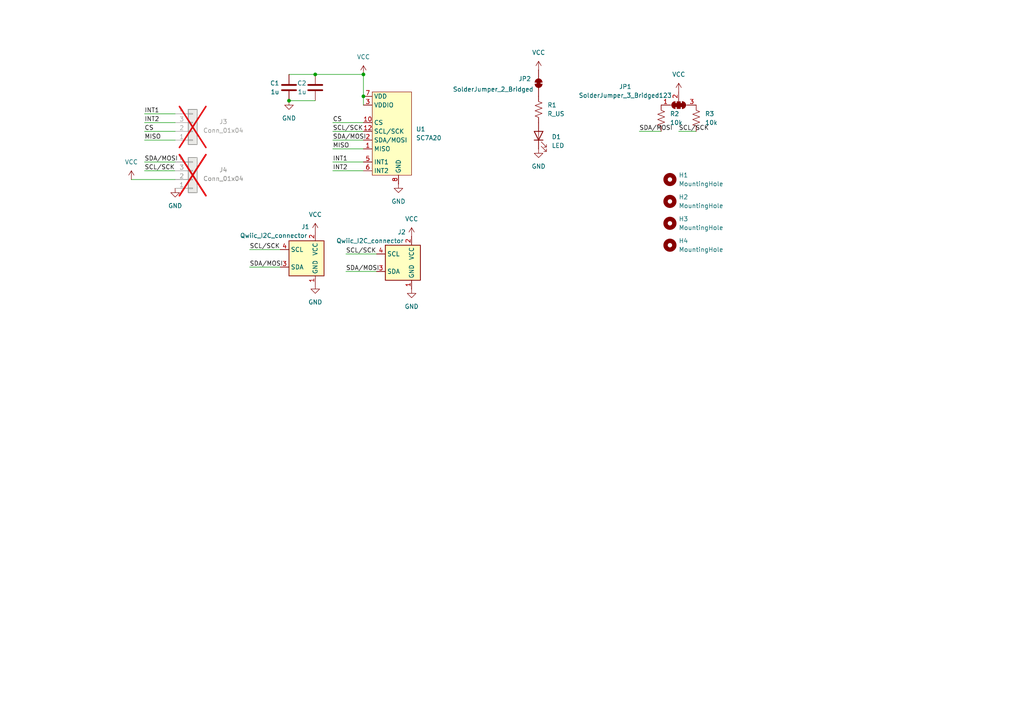
<source format=kicad_sch>
(kicad_sch (version 20231120) (generator "eeschema") (generator_version "8.0")
  (paper "A4")
  (lib_symbols
    (symbol "Connector_Generic:Conn_01x04" (pin_names (offset 1.016) hide)
      (property "Reference" "J" (at 0 5.08 0))
      (property "Value" "Conn_01x04" (at 0 -7.62 0))
      (symbol "Conn_01x04_1_1"
        (rectangle (start -1.27 -4.953) (end 0 -5.207) (stroke (width 0.1524)))
        (rectangle (start -1.27 -2.413) (end 0 -2.667) (stroke (width 0.1524)))
        (rectangle (start -1.27 0.127) (end 0 -0.127) (stroke (width 0.1524)))
        (rectangle (start -1.27 2.667) (end 0 2.413) (stroke (width 0.1524)))
        (rectangle (start -1.27 3.81) (end 1.27 -6.35) (stroke (width 0.254)) (fill (type background)))
        (pin passive line (at -5.08 2.54 0) (length 3.81) (name "Pin_1") (number "1"))
        (pin passive line (at -5.08 0 0) (length 3.81) (name "Pin_2") (number "2"))
        (pin passive line (at -5.08 -2.54 0) (length 3.81) (name "Pin_3") (number "3"))
        (pin passive line (at -5.08 -5.08 0) (length 3.81) (name "Pin_4") (number "4"))
      )
    )
    (symbol "Device:C" (pin_numbers hide) (pin_names (offset 0.254))
      (property "Reference" "C" (at 0.635 2.54 0))
      (property "Value" "C" (at 0.635 -2.54 0))
      (symbol "C_0_1"
        (polyline (pts (xy -2.032 -0.762) (xy 2.032 -0.762)) (stroke (width 0.508)))
        (polyline (pts (xy -2.032 0.762) (xy 2.032 0.762)) (stroke (width 0.508)))
      )
      (symbol "C_1_1"
        (pin passive line (at 0 3.81 270) (length 2.794) (name "~") (number "1"))
        (pin passive line (at 0 -3.81 90) (length 2.794) (name "~") (number "2"))
      )
    )
    (symbol "Device:LED" (pin_numbers hide) (pin_names (offset 1.016) hide)
      (property "Reference" "D" (at 0 2.54 0))
      (property "Value" "LED" (at 0 -2.54 0))
      (symbol "LED_0_1"
        (polyline (pts (xy -1.27 -1.27) (xy -1.27 1.27)) (stroke (width 0.254)))
        (polyline (pts (xy -1.27 0) (xy 1.27 0)))
        (polyline (pts (xy 1.27 -1.27) (xy 1.27 1.27) (xy -1.27 0) (xy 1.27 -1.27)) (stroke (width 0.254)))
        (polyline (pts (xy -3.048 -0.762) (xy -4.572 -2.286) (xy -3.81 -2.286) (xy -4.572 -2.286) (xy -4.572 -1.524)))
        (polyline (pts (xy -1.778 -0.762) (xy -3.302 -2.286) (xy -2.54 -2.286) (xy -3.302 -2.286) (xy -3.302 -1.524)))
      )
      (symbol "LED_1_1"
        (pin passive line (at -3.81 0 0) (length 2.54) (name "K") (number "1"))
        (pin passive line (at 3.81 0 180) (length 2.54) (name "A") (number "2"))
      )
    )
    (symbol "Device:R_US" (pin_numbers hide) (pin_names (offset 0))
      (property "Reference" "R" (at 2.54 0 90))
      (property "Value" "R_US" (at -2.54 0 90))
      (symbol "R_US_0_1"
        (polyline (pts (xy 0 -2.286) (xy 0 -2.54)))
        (polyline (pts (xy 0 2.286) (xy 0 2.54)))
        (polyline (pts (xy 0 -0.762) (xy 1.016 -1.143) (xy 0 -1.524) (xy -1.016 -1.905) (xy 0 -2.286)))
        (polyline (pts (xy 0 0.762) (xy 1.016 0.381) (xy 0 0) (xy -1.016 -0.381) (xy 0 -0.762)))
        (polyline (pts (xy 0 2.286) (xy 1.016 1.905) (xy 0 1.524) (xy -1.016 1.143) (xy 0 0.762)))
      )
      (symbol "R_US_1_1"
        (pin passive line (at 0 3.81 270) (length 1.27) (name "~") (number "1"))
        (pin passive line (at 0 -3.81 90) (length 1.27) (name "~") (number "2"))
      )
    )
    (symbol "Jumper:SolderJumper_2_Bridged" (pin_numbers hide) (pin_names (offset 0) hide) (exclude_from_sim yes) (in_bom no)
      (property "Reference" "JP" (at 0 2.032 0))
      (property "Value" "SolderJumper_2_Bridged" (at 0 -2.54 0))
      (symbol "SolderJumper_2_Bridged_0_1"
        (rectangle (start -0.508 0.508) (end 0.508 -0.508) (fill (type outline)))
        (arc (start -0.254 1.016) (mid -1.2656 0) (end -0.254 -1.016))
        (arc (start -0.254 1.016) (mid -1.2656 0) (end -0.254 -1.016) (fill (type outline)))
        (polyline (pts (xy -0.254 1.016) (xy -0.254 -1.016)))
        (polyline (pts (xy 0.254 1.016) (xy 0.254 -1.016)))
        (arc (start 0.254 -1.016) (mid 1.2656 0) (end 0.254 1.016))
        (arc (start 0.254 -1.016) (mid 1.2656 0) (end 0.254 1.016) (fill (type outline)))
      )
      (symbol "SolderJumper_2_Bridged_1_1"
        (pin passive line (at -3.81 0 0) (length 2.54) (name "A") (number "1"))
        (pin passive line (at 3.81 0 180) (length 2.54) (name "B") (number "2"))
      )
    )
    (symbol "Jumper:SolderJumper_3_Bridged123" (pin_names (offset 0) hide) (exclude_from_sim yes) (in_bom no)
      (property "Reference" "JP" (at -2.54 -2.54 0))
      (property "Value" "SolderJumper_3_Bridged123" (at 0 2.794 0))
      (symbol "SolderJumper_3_Bridged123_0_1"
        (rectangle (start -1.016 0.508) (end -0.508 -0.508) (fill (type outline)))
        (arc (start -1.016 1.016) (mid -2.0276 0) (end -1.016 -1.016))
        (arc (start -1.016 1.016) (mid -2.0276 0) (end -1.016 -1.016) (fill (type outline)))
        (rectangle (start -0.508 1.016) (end 0.508 -1.016) (fill (type outline)))
        (polyline (pts (xy -2.54 0) (xy -2.032 0)))
        (polyline (pts (xy -1.016 1.016) (xy -1.016 -1.016)))
        (polyline (pts (xy 0 -1.27) (xy 0 -1.016)))
        (polyline (pts (xy 1.016 1.016) (xy 1.016 -1.016)))
        (polyline (pts (xy 2.54 0) (xy 2.032 0)))
        (rectangle (start 0.508 0.508) (end 1.016 -0.508) (fill (type outline)))
        (arc (start 1.016 -1.016) (mid 2.0276 0) (end 1.016 1.016))
        (arc (start 1.016 -1.016) (mid 2.0276 0) (end 1.016 1.016) (fill (type outline)))
      )
      (symbol "SolderJumper_3_Bridged123_1_1"
        (pin passive line (at -5.08 0 0) (length 2.54) (name "A") (number "1"))
        (pin passive line (at 0 -3.81 90) (length 2.54) (name "C") (number "2"))
        (pin passive line (at 5.08 0 180) (length 2.54) (name "B") (number "3"))
      )
    )
    (symbol "Mechanical:MountingHole" (pin_names (offset 1.016)) (exclude_from_sim yes) (in_bom no)
      (property "Reference" "H" (at 0 5.08 0))
      (property "Value" "MountingHole" (at 0 3.175 0))
      (symbol "MountingHole_0_1"
        (circle (center 0 0) (radius 1.27) (stroke (width 1.27)))
      )
    )
    (symbol "maxkicad:Qwiic_I2C"
      (property "Reference" "J" (at 0 8.89 0))
      (property "Value" "Qwiic_I2C_connector" (at 0 6.35 0))
      (symbol "Qwiic_I2C_1_1"
        (rectangle (start -5.08 5.08) (end 5.08 -5.08) (stroke (width 0.254)) (fill (type background)))
        (pin power_in line (at 2.54 -7.62 90) (length 2.54) (name "GND") (number "1"))
        (pin power_in line (at 2.54 7.62 270) (length 2.54) (name "VCC") (number "2"))
        (pin bidirectional line (at -7.62 -2.54 0) (length 2.54) (name "SDA") (number "3"))
        (pin input line (at -7.62 2.54 0) (length 2.54) (name "SCL") (number "4"))
        (pin power_in line (at 2.54 -7.62 90) (length 2.54) hide (name "VSS") (number "MP"))
      )
    )
    (symbol "maxkicad:SC7A20"
      (property "Reference" "U" (at 0.762 15.748 0))
      (property "Value" "SC7A20" (at 1.27 13.716 0))
      (symbol "SC7A20_1_1"
        (rectangle (start -5.08 12.7) (end 6.35 -11.43) (fill (type background)))
        (pin output line (at -7.62 -3.81 0) (length 2.54) (name "MISO") (number "1"))
        (pin input line (at -7.62 3.81 0) (length 2.54) (name "CS") (number "10"))
        (pin input line (at -7.62 1.27 0) (length 2.54) (name "SCL/SCK") (number "12"))
        (pin bidirectional line (at -7.62 -1.27 0) (length 2.54) (name "SDA/MOSI") (number "2"))
        (pin power_in line (at -7.62 8.89 0) (length 2.54) (name "VDDIO") (number "3"))
        (pin output line (at -7.62 -7.62 0) (length 2.54) (name "INT1") (number "5"))
        (pin output line (at -7.62 -10.16 0) (length 2.54) (name "INT2") (number "6"))
        (pin power_in line (at -7.62 11.43 0) (length 2.54) (name "VDD") (number "7"))
        (pin power_in line (at 2.54 -13.97 90) (length 2.54) (name "GND") (number "8"))
        (pin power_in line (at 2.54 -13.97 90) (length 2.54) hide (name "GND") (number "9"))
      )
    )
    (symbol "power:GND" (power) (pin_numbers hide) (pin_names (offset 0) hide)
      (property "Value" "GND" (at 0 -3.81 0))
      (symbol "GND_0_1"
        (polyline (pts (xy 0 0) (xy 0 -1.27) (xy 1.27 -1.27) (xy 0 -2.54) (xy -1.27 -1.27) (xy 0 -1.27)))
      )
      (symbol "GND_1_1"
        (pin power_in line (at 0 0 270) (length 0) (name "~") (number "1"))
      )
    )
    (symbol "power:VCC" (power) (pin_numbers hide) (pin_names (offset 0) hide)
      (property "Value" "VCC" (at 0 3.556 0))
      (symbol "VCC_0_1"
        (polyline (pts (xy -0.762 1.27) (xy 0 2.54)))
        (polyline (pts (xy 0 0) (xy 0 2.54)))
        (polyline (pts (xy 0 2.54) (xy 0.762 1.27)))
      )
      (symbol "VCC_1_1"
        (pin power_in line (at 0 0 90) (length 0) (name "~") (number "1"))
      )
    )
  )
  (junction (at 105.41 27.94))
  (junction (at 105.41 21.59))
  (junction (at 83.82 29.21))
  (junction (at 91.44 21.59))
  (wire (pts (xy 41.91 33.02) (xy 50.8 33.02)))
  (wire (pts (xy 96.52 38.1) (xy 105.41 38.1)))
  (wire (pts (xy 41.91 38.1) (xy 50.8 38.1)))
  (wire (pts (xy 83.82 29.21) (xy 91.44 29.21)))
  (wire (pts (xy 91.44 21.59) (xy 105.41 21.59)))
  (wire (pts (xy 196.85 38.1) (xy 201.93 38.1)))
  (wire (pts (xy 100.33 78.74) (xy 109.22 78.74)))
  (wire (pts (xy 96.52 35.56) (xy 105.41 35.56)))
  (wire (pts (xy 41.91 35.56) (xy 50.8 35.56)))
  (wire (pts (xy 83.82 21.59) (xy 91.44 21.59)))
  (wire (pts (xy 96.52 49.53) (xy 105.41 49.53)))
  (wire (pts (xy 38.1 52.07) (xy 50.8 52.07)))
  (wire (pts (xy 96.52 40.64) (xy 105.41 40.64)))
  (wire (pts (xy 100.33 73.66) (xy 109.22 73.66)))
  (wire (pts (xy 105.41 21.59) (xy 105.41 27.94)))
  (wire (pts (xy 105.41 27.94) (xy 105.41 30.48)))
  (wire (pts (xy 185.42 38.1) (xy 191.77 38.1)))
  (wire (pts (xy 72.39 77.47) (xy 81.28 77.47)))
  (wire (pts (xy 96.52 46.99) (xy 105.41 46.99)))
  (wire (pts (xy 72.39 72.39) (xy 81.28 72.39)))
  (wire (pts (xy 41.91 49.53) (xy 50.8 49.53)))
  (wire (pts (xy 41.91 40.64) (xy 50.8 40.64)))
  (wire (pts (xy 96.52 43.18) (xy 105.41 43.18)))
  (wire (pts (xy 41.91 46.99) (xy 50.8 46.99)))
  (label "INT2" (at 41.91 35.56 0))
  (label "MISO" (at 41.91 40.64 0))
  (label "CS" (at 96.52 35.56 0))
  (label "INT1" (at 96.52 46.99 0))
  (label "SCL{slash}SCK" (at 72.39 72.39 0))
  (label "MISO" (at 96.52 43.18 0))
  (label "SDA{slash}MOSI" (at 96.52 40.64 0))
  (label "SDA{slash}MOSI" (at 41.91 46.99 0))
  (label "SCL{slash}SCK" (at 96.52 38.1 0))
  (label "SCL{slash}SCK" (at 100.33 73.66 0))
  (label "SDA{slash}MOSI" (at 72.39 77.47 0))
  (label "SCL{slash}SCK" (at 41.91 49.53 0))
  (label "SDA{slash}MOSI" (at 100.33 78.74 0))
  (label "SDA{slash}MOSI" (at 185.42 38.1 0))
  (label "INT1" (at 41.91 33.02 0))
  (label "CS" (at 41.91 38.1 0))
  (label "SCL{slash}SCK" (at 196.85 38.1 0))
  (label "INT2" (at 96.52 49.53 0))
  (symbol (lib_id "power:GND") (at 115.57 53.34 0) (unit 1)
    (property "Reference" "#PWR04" (effects (hide yes)))
    (property "Value" "GND" (at 115.57 58.42 0))
    (property "Description" "Power symbol creates a global label with name \"GND\" , ground" (effects (hide yes)))
  )
  (symbol (lib_id "Device:R_US") (at 201.93 34.29 0) (unit 1)
    (property "Reference" "R3" (at 204.47 33.0199 0) (effects (justify left)))
    (property "Value" "10k" (at 204.47 35.5599 0) (effects (justify left)))
    (property "Footprint" "Resistor_SMD:R_0603_1608Metric" (effects (hide yes)))
    (property "Description" "Resistor, US symbol" (effects (hide yes)))
  )
  (symbol (lib_id "Device:R_US") (at 191.77 34.29 0) (unit 1)
    (property "Reference" "R2" (at 194.31 33.0199 0) (effects (justify left)))
    (property "Value" "10k" (at 194.31 35.5599 0) (effects (justify left)))
    (property "Footprint" "Resistor_SMD:R_0603_1608Metric" (effects (hide yes)))
    (property "Description" "Resistor, US symbol" (effects (hide yes)))
  )
  (symbol (lib_id "Mechanical:MountingHole") (at 194.31 64.77 0) (unit 1) (exclude_from_sim yes) (in_bom no)
    (property "Reference" "H3" (at 196.85 63.4999 0) (effects (justify left)))
    (property "Value" "MountingHole" (at 196.85 66.0399 0) (effects (justify left)))
    (property "Footprint" "MountingHole:MountingHole_4.3mm_M4" (effects (hide yes)))
    (property "Description" "Mounting Hole without connection" (effects (hide yes)))
  )
  (symbol (lib_id "Jumper:SolderJumper_3_Bridged123") (at 196.85 30.48 0) (mirror x) (unit 1) (exclude_from_sim yes) (in_bom no)
    (property "Reference" "JP1" (at 181.356 25.146 0))
    (property "Value" "SolderJumper_3_Bridged123" (at 181.356 27.686 0))
    (property "Footprint" "maxfootprints:SolderJumper-3_P1.3mm_Bridged123_RoundedPad1.0x1.5mm" (effects (hide yes)))
    (property "Description" "Solder Jumper, 3-pole, pins 1+2+3 closed/bridged" (effects (hide yes)))
  )
  (symbol (lib_id "power:VCC") (at 105.41 21.59 0) (unit 1)
    (property "Reference" "#PWR01" (effects (hide yes)))
    (property "Value" "VCC" (at 105.41 16.51 0))
    (property "Description" "Power symbol creates a global label with name \"VCC\"" (effects (hide yes)))
  )
  (symbol (lib_id "Device:C") (at 91.44 25.4 0) (unit 1)
    (property "Reference" "C2" (at 88.9 24.13 0) (effects (justify right)))
    (property "Value" "1u" (at 88.9 26.67 0) (effects (justify right)))
    (property "Footprint" "Capacitor_SMD:C_0603_1608Metric" (effects (hide yes)))
    (property "Description" "Unpolarized capacitor" (effects (hide yes)))
  )
  (symbol (lib_id "Jumper:SolderJumper_2_Bridged") (at 156.21 24.13 270) (mirror x) (unit 1) (exclude_from_sim yes) (in_bom no)
    (property "Reference" "JP2" (at 150.368 22.86 90) (effects (justify left)))
    (property "Value" "SolderJumper_2_Bridged" (at 131.318 25.908 90) (effects (justify left)))
    (property "Footprint" "Jumper:SolderJumper-2_P1.3mm_Bridged_RoundedPad1.0x1.5mm" (effects (hide yes)))
    (property "Description" "Solder Jumper, 2-pole, closed/bridged" (effects (hide yes)))
  )
  (symbol (lib_id "maxkicad:Qwiic_I2C") (at 116.84 76.2 0) (unit 1)
    (property "Reference" "J2" (at 115.316 67.31 0) (effects (justify left)))
    (property "Value" "Qwiic_I2C_connector" (at 97.536 69.85 0) (effects (justify left)))
    (property "Footprint" "Connector_JST:JST_SH_SM04B-SRSS-TB_1x04-1MP_P1.00mm_Horizontal" (effects (hide yes)))
  )
  (symbol (lib_id "power:GND") (at 156.21 43.18 0) (unit 1)
    (property "Reference" "#PWR09" (effects (hide yes)))
    (property "Value" "GND" (at 156.21 48.26 0))
    (property "Description" "Power symbol creates a global label with name \"GND\" , ground" (effects (hide yes)))
  )
  (symbol (lib_id "power:VCC") (at 91.44 67.31 0) (unit 1)
    (property "Reference" "#PWR06" (effects (hide yes)))
    (property "Value" "VCC" (at 91.44 62.23 0))
    (property "Description" "Power symbol creates a global label with name \"VCC\"" (effects (hide yes)))
  )
  (symbol (lib_id "power:GND") (at 50.8 54.61 0) (unit 1)
    (property "Reference" "#PWR011" (effects (hide yes)))
    (property "Value" "GND" (at 50.8 59.69 0))
    (property "Description" "Power symbol creates a global label with name \"GND\" , ground" (effects (hide yes)))
  )
  (symbol (lib_id "Device:C") (at 83.82 25.4 0) (unit 1)
    (property "Reference" "C1" (at 81.026 24.13 0) (effects (justify right)))
    (property "Value" "1u" (at 81.026 26.67 0) (effects (justify right)))
    (property "Footprint" "Capacitor_SMD:C_0603_1608Metric" (effects (hide yes)))
    (property "Description" "Unpolarized capacitor" (effects (hide yes)))
  )
  (symbol (lib_id "maxkicad:Qwiic_I2C") (at 88.9 74.93 0) (unit 1)
    (property "Reference" "J1" (at 87.376 65.786 0) (effects (justify left)))
    (property "Value" "Qwiic_I2C_connector" (at 69.596 68.326 0) (effects (justify left)))
    (property "Footprint" "Connector_JST:JST_SH_SM04B-SRSS-TB_1x04-1MP_P1.00mm_Horizontal" (effects (hide yes)))
  )
  (symbol (lib_id "power:VCC") (at 196.85 26.67 0) (unit 1)
    (property "Reference" "#PWR08" (effects (hide yes)))
    (property "Value" "VCC" (at 196.85 21.59 0))
    (property "Description" "Power symbol creates a global label with name \"VCC\"" (effects (hide yes)))
  )
  (symbol (lib_id "Mechanical:MountingHole") (at 194.31 58.42 0) (unit 1) (exclude_from_sim yes) (in_bom no)
    (property "Reference" "H2" (at 196.85 57.1499 0) (effects (justify left)))
    (property "Value" "MountingHole" (at 196.85 59.6899 0) (effects (justify left)))
    (property "Footprint" "MountingHole:MountingHole_4.3mm_M4" (effects (hide yes)))
    (property "Description" "Mounting Hole without connection" (effects (hide yes)))
  )
  (symbol (lib_id "maxkicad:SC7A20") (at 113.03 39.37 0) (unit 1)
    (property "Reference" "U1" (at 120.65 37.4649 0) (effects (justify left)))
    (property "Value" "SC7A20" (at 120.65 40.0049 0) (effects (justify left)))
    (property "Footprint" "Package_LGA:Kionix_LGA-12_2x2mm_P0.5mm_LayoutBorder2x4y" (effects (hide yes)))
    (property "Datasheet" "https://www.lcsc.com/datasheet/lcsc_datasheet_2403271435_Hangzhou-Silan-Microelectronics-SC7A20TR_C5126709.pdf" (effects (hide yes)))
    (property "Description" "Low cost 3-axis accelerometer with I2C/SPI/3-wire SPI interfaces" (effects (hide yes)))
    (property "LCSC" "C5126709" (effects (hide yes)))
  )
  (symbol (lib_id "Device:R_US") (at 156.21 31.75 0) (unit 1)
    (property "Reference" "R1" (at 158.75 30.4799 0) (effects (justify left)))
    (property "Value" "R_US" (at 158.75 33.0199 0) (effects (justify left)))
    (property "Footprint" "Resistor_SMD:R_0603_1608Metric" (effects (hide yes)))
    (property "Description" "Resistor, US symbol" (effects (hide yes)))
  )
  (symbol (lib_id "Mechanical:MountingHole") (at 194.31 71.12 0) (unit 1) (exclude_from_sim yes) (in_bom no)
    (property "Reference" "H4" (at 196.85 69.8499 0) (effects (justify left)))
    (property "Value" "MountingHole" (at 196.85 72.3899 0) (effects (justify left)))
    (property "Footprint" "MountingHole:MountingHole_4.3mm_M4" (effects (hide yes)))
    (property "Description" "Mounting Hole without connection" (effects (hide yes)))
  )
  (symbol (lib_id "power:GND") (at 119.38 83.82 0) (unit 1)
    (property "Reference" "#PWR03" (effects (hide yes)))
    (property "Value" "GND" (at 119.38 88.9 0))
    (property "Description" "Power symbol creates a global label with name \"GND\" , ground" (effects (hide yes)))
  )
  (symbol (lib_id "Connector_Generic:Conn_01x04") (at 55.88 52.07 0) (mirror x) (unit 1) (in_bom no) (dnp yes)
    (property "Reference" "J4" (at 64.77 49.276 0))
    (property "Value" "Conn_01x04" (at 64.77 51.816 0))
    (property "Footprint" "Connector_PinHeader_2.54mm:PinHeader_1x04_P2.54mm_Vertical" (effects (hide yes)))
    (property "Description" "Generic connector, single row, 01x04, script generated (kicad-library-utils/schlib/autogen/connector/)" (effects (hide yes)))
  )
  (symbol (lib_id "power:VCC") (at 119.38 68.58 0) (unit 1)
    (property "Reference" "#PWR07" (effects (hide yes)))
    (property "Value" "VCC" (at 119.38 63.5 0))
    (property "Description" "Power symbol creates a global label with name \"VCC\"" (effects (hide yes)))
  )
  (symbol (lib_id "power:VCC") (at 156.21 20.32 0) (unit 1)
    (property "Reference" "#PWR010" (effects (hide yes)))
    (property "Value" "VCC" (at 156.21 15.24 0))
    (property "Description" "Power symbol creates a global label with name \"VCC\"" (effects (hide yes)))
  )
  (symbol (lib_id "Mechanical:MountingHole") (at 194.31 52.07 0) (unit 1) (exclude_from_sim yes) (in_bom no)
    (property "Reference" "H1" (at 196.85 50.7999 0) (effects (justify left)))
    (property "Value" "MountingHole" (at 196.85 53.3399 0) (effects (justify left)))
    (property "Footprint" "MountingHole:MountingHole_4.3mm_M4" (effects (hide yes)))
    (property "Description" "Mounting Hole without connection" (effects (hide yes)))
  )
  (symbol (lib_id "power:GND") (at 91.44 82.55 0) (unit 1)
    (property "Reference" "#PWR02" (effects (hide yes)))
    (property "Value" "GND" (at 91.44 87.63 0))
    (property "Description" "Power symbol creates a global label with name \"GND\" , ground" (effects (hide yes)))
  )
  (symbol (lib_id "power:GND") (at 83.82 29.21 0) (unit 1)
    (property "Reference" "#PWR05" (effects (hide yes)))
    (property "Value" "GND" (at 83.82 34.29 0))
    (property "Description" "Power symbol creates a global label with name \"GND\" , ground" (effects (hide yes)))
  )
  (symbol (lib_id "power:VCC") (at 38.1 52.07 0) (unit 1)
    (property "Reference" "#PWR012" (effects (hide yes)))
    (property "Value" "VCC" (at 38.1 46.99 0))
    (property "Description" "Power symbol creates a global label with name \"VCC\"" (effects (hide yes)))
  )
  (symbol (lib_id "Device:LED") (at 156.21 39.37 90) (unit 1)
    (property "Reference" "D1" (at 160.02 39.6874 90) (effects (justify right)))
    (property "Value" "LED" (at 160.02 42.2274 90) (effects (justify right)))
    (property "Footprint" "LED_SMD:LED_0603_1608Metric" (effects (hide yes)))
    (property "Description" "Light emitting diode" (effects (hide yes)))
  )
  (symbol (lib_id "Connector_Generic:Conn_01x04") (at 55.88 38.1 0) (mirror x) (unit 1) (in_bom no) (dnp yes)
    (property "Reference" "J3" (at 64.77 35.306 0))
    (property "Value" "Conn_01x04" (at 64.77 37.846 0))
    (property "Footprint" "Connector_PinHeader_2.54mm:PinHeader_1x04_P2.54mm_Vertical" (effects (hide yes)))
    (property "Description" "Generic connector, single row, 01x04, script generated (kicad-library-utils/schlib/autogen/connector/)" (effects (hide yes)))
  )
)
</source>
